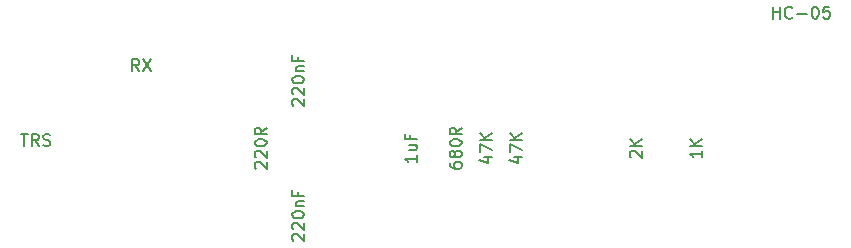
<source format=gbr>
G04 #@! TF.FileFunction,Other,Fab,Top*
%FSLAX46Y46*%
G04 Gerber Fmt 4.6, Leading zero omitted, Abs format (unit mm)*
G04 Created by KiCad (PCBNEW no-vcs-found-product) date Thu 23 Jul 2015 04:44:35 PM CDT*
%MOMM*%
G01*
G04 APERTURE LIST*
%ADD10C,0.127000*%
%ADD11C,0.150000*%
G04 APERTURE END LIST*
D10*
D11*
X151312619Y-121499048D02*
X151265000Y-121451429D01*
X151217381Y-121356191D01*
X151217381Y-121118095D01*
X151265000Y-121022857D01*
X151312619Y-120975238D01*
X151407857Y-120927619D01*
X151503095Y-120927619D01*
X151645952Y-120975238D01*
X152217381Y-121546667D01*
X152217381Y-120927619D01*
X151312619Y-120546667D02*
X151265000Y-120499048D01*
X151217381Y-120403810D01*
X151217381Y-120165714D01*
X151265000Y-120070476D01*
X151312619Y-120022857D01*
X151407857Y-119975238D01*
X151503095Y-119975238D01*
X151645952Y-120022857D01*
X152217381Y-120594286D01*
X152217381Y-119975238D01*
X151217381Y-119356191D02*
X151217381Y-119260952D01*
X151265000Y-119165714D01*
X151312619Y-119118095D01*
X151407857Y-119070476D01*
X151598333Y-119022857D01*
X151836429Y-119022857D01*
X152026905Y-119070476D01*
X152122143Y-119118095D01*
X152169762Y-119165714D01*
X152217381Y-119260952D01*
X152217381Y-119356191D01*
X152169762Y-119451429D01*
X152122143Y-119499048D01*
X152026905Y-119546667D01*
X151836429Y-119594286D01*
X151598333Y-119594286D01*
X151407857Y-119546667D01*
X151312619Y-119499048D01*
X151265000Y-119451429D01*
X151217381Y-119356191D01*
X151550714Y-118594286D02*
X152217381Y-118594286D01*
X151645952Y-118594286D02*
X151598333Y-118546667D01*
X151550714Y-118451429D01*
X151550714Y-118308571D01*
X151598333Y-118213333D01*
X151693571Y-118165714D01*
X152217381Y-118165714D01*
X151693571Y-117356190D02*
X151693571Y-117689524D01*
X152217381Y-117689524D02*
X151217381Y-117689524D01*
X151217381Y-117213333D01*
X151312619Y-110069048D02*
X151265000Y-110021429D01*
X151217381Y-109926191D01*
X151217381Y-109688095D01*
X151265000Y-109592857D01*
X151312619Y-109545238D01*
X151407857Y-109497619D01*
X151503095Y-109497619D01*
X151645952Y-109545238D01*
X152217381Y-110116667D01*
X152217381Y-109497619D01*
X151312619Y-109116667D02*
X151265000Y-109069048D01*
X151217381Y-108973810D01*
X151217381Y-108735714D01*
X151265000Y-108640476D01*
X151312619Y-108592857D01*
X151407857Y-108545238D01*
X151503095Y-108545238D01*
X151645952Y-108592857D01*
X152217381Y-109164286D01*
X152217381Y-108545238D01*
X151217381Y-107926191D02*
X151217381Y-107830952D01*
X151265000Y-107735714D01*
X151312619Y-107688095D01*
X151407857Y-107640476D01*
X151598333Y-107592857D01*
X151836429Y-107592857D01*
X152026905Y-107640476D01*
X152122143Y-107688095D01*
X152169762Y-107735714D01*
X152217381Y-107830952D01*
X152217381Y-107926191D01*
X152169762Y-108021429D01*
X152122143Y-108069048D01*
X152026905Y-108116667D01*
X151836429Y-108164286D01*
X151598333Y-108164286D01*
X151407857Y-108116667D01*
X151312619Y-108069048D01*
X151265000Y-108021429D01*
X151217381Y-107926191D01*
X151550714Y-107164286D02*
X152217381Y-107164286D01*
X151645952Y-107164286D02*
X151598333Y-107116667D01*
X151550714Y-107021429D01*
X151550714Y-106878571D01*
X151598333Y-106783333D01*
X151693571Y-106735714D01*
X152217381Y-106735714D01*
X151693571Y-105926190D02*
X151693571Y-106259524D01*
X152217381Y-106259524D02*
X151217381Y-106259524D01*
X151217381Y-105783333D01*
X161742381Y-114260238D02*
X161742381Y-114831667D01*
X161742381Y-114545953D02*
X160742381Y-114545953D01*
X160885238Y-114641191D01*
X160980476Y-114736429D01*
X161028095Y-114831667D01*
X161075714Y-113403095D02*
X161742381Y-113403095D01*
X161075714Y-113831667D02*
X161599524Y-113831667D01*
X161694762Y-113784048D01*
X161742381Y-113688810D01*
X161742381Y-113545952D01*
X161694762Y-113450714D01*
X161647143Y-113403095D01*
X161218571Y-112593571D02*
X161218571Y-112926905D01*
X161742381Y-112926905D02*
X160742381Y-112926905D01*
X160742381Y-112450714D01*
D10*
X128257905Y-112473619D02*
X128838476Y-112473619D01*
X128548191Y-113489619D02*
X128548191Y-112473619D01*
X129757714Y-113489619D02*
X129419048Y-113005810D01*
X129177143Y-113489619D02*
X129177143Y-112473619D01*
X129564190Y-112473619D01*
X129660952Y-112522000D01*
X129709333Y-112570381D01*
X129757714Y-112667143D01*
X129757714Y-112812286D01*
X129709333Y-112909048D01*
X129660952Y-112957429D01*
X129564190Y-113005810D01*
X129177143Y-113005810D01*
X130144762Y-113441238D02*
X130289905Y-113489619D01*
X130531809Y-113489619D01*
X130628571Y-113441238D01*
X130676952Y-113392857D01*
X130725333Y-113296095D01*
X130725333Y-113199333D01*
X130676952Y-113102571D01*
X130628571Y-113054190D01*
X130531809Y-113005810D01*
X130338286Y-112957429D01*
X130241524Y-112909048D01*
X130193143Y-112860667D01*
X130144762Y-112763905D01*
X130144762Y-112667143D01*
X130193143Y-112570381D01*
X130241524Y-112522000D01*
X130338286Y-112473619D01*
X130580190Y-112473619D01*
X130725333Y-112522000D01*
D11*
X185872381Y-113879285D02*
X185872381Y-114450714D01*
X185872381Y-114165000D02*
X184872381Y-114165000D01*
X185015238Y-114260238D01*
X185110476Y-114355476D01*
X185158095Y-114450714D01*
X185872381Y-113450714D02*
X184872381Y-113450714D01*
X185872381Y-112879285D02*
X185300952Y-113307857D01*
X184872381Y-112879285D02*
X185443810Y-113450714D01*
X179887619Y-114450714D02*
X179840000Y-114403095D01*
X179792381Y-114307857D01*
X179792381Y-114069761D01*
X179840000Y-113974523D01*
X179887619Y-113926904D01*
X179982857Y-113879285D01*
X180078095Y-113879285D01*
X180220952Y-113926904D01*
X180792381Y-114498333D01*
X180792381Y-113879285D01*
X180792381Y-113450714D02*
X179792381Y-113450714D01*
X180792381Y-112879285D02*
X180220952Y-113307857D01*
X179792381Y-112879285D02*
X180363810Y-113450714D01*
X148137619Y-115403095D02*
X148090000Y-115355476D01*
X148042381Y-115260238D01*
X148042381Y-115022142D01*
X148090000Y-114926904D01*
X148137619Y-114879285D01*
X148232857Y-114831666D01*
X148328095Y-114831666D01*
X148470952Y-114879285D01*
X149042381Y-115450714D01*
X149042381Y-114831666D01*
X148137619Y-114450714D02*
X148090000Y-114403095D01*
X148042381Y-114307857D01*
X148042381Y-114069761D01*
X148090000Y-113974523D01*
X148137619Y-113926904D01*
X148232857Y-113879285D01*
X148328095Y-113879285D01*
X148470952Y-113926904D01*
X149042381Y-114498333D01*
X149042381Y-113879285D01*
X148042381Y-113260238D02*
X148042381Y-113164999D01*
X148090000Y-113069761D01*
X148137619Y-113022142D01*
X148232857Y-112974523D01*
X148423333Y-112926904D01*
X148661429Y-112926904D01*
X148851905Y-112974523D01*
X148947143Y-113022142D01*
X148994762Y-113069761D01*
X149042381Y-113164999D01*
X149042381Y-113260238D01*
X148994762Y-113355476D01*
X148947143Y-113403095D01*
X148851905Y-113450714D01*
X148661429Y-113498333D01*
X148423333Y-113498333D01*
X148232857Y-113450714D01*
X148137619Y-113403095D01*
X148090000Y-113355476D01*
X148042381Y-113260238D01*
X149042381Y-111926904D02*
X148566190Y-112260238D01*
X149042381Y-112498333D02*
X148042381Y-112498333D01*
X148042381Y-112117380D01*
X148090000Y-112022142D01*
X148137619Y-111974523D01*
X148232857Y-111926904D01*
X148375714Y-111926904D01*
X148470952Y-111974523D01*
X148518571Y-112022142D01*
X148566190Y-112117380D01*
X148566190Y-112498333D01*
X164552381Y-114926904D02*
X164552381Y-115117381D01*
X164600000Y-115212619D01*
X164647619Y-115260238D01*
X164790476Y-115355476D01*
X164980952Y-115403095D01*
X165361905Y-115403095D01*
X165457143Y-115355476D01*
X165504762Y-115307857D01*
X165552381Y-115212619D01*
X165552381Y-115022142D01*
X165504762Y-114926904D01*
X165457143Y-114879285D01*
X165361905Y-114831666D01*
X165123810Y-114831666D01*
X165028571Y-114879285D01*
X164980952Y-114926904D01*
X164933333Y-115022142D01*
X164933333Y-115212619D01*
X164980952Y-115307857D01*
X165028571Y-115355476D01*
X165123810Y-115403095D01*
X164980952Y-114260238D02*
X164933333Y-114355476D01*
X164885714Y-114403095D01*
X164790476Y-114450714D01*
X164742857Y-114450714D01*
X164647619Y-114403095D01*
X164600000Y-114355476D01*
X164552381Y-114260238D01*
X164552381Y-114069761D01*
X164600000Y-113974523D01*
X164647619Y-113926904D01*
X164742857Y-113879285D01*
X164790476Y-113879285D01*
X164885714Y-113926904D01*
X164933333Y-113974523D01*
X164980952Y-114069761D01*
X164980952Y-114260238D01*
X165028571Y-114355476D01*
X165076190Y-114403095D01*
X165171429Y-114450714D01*
X165361905Y-114450714D01*
X165457143Y-114403095D01*
X165504762Y-114355476D01*
X165552381Y-114260238D01*
X165552381Y-114069761D01*
X165504762Y-113974523D01*
X165457143Y-113926904D01*
X165361905Y-113879285D01*
X165171429Y-113879285D01*
X165076190Y-113926904D01*
X165028571Y-113974523D01*
X164980952Y-114069761D01*
X164552381Y-113260238D02*
X164552381Y-113164999D01*
X164600000Y-113069761D01*
X164647619Y-113022142D01*
X164742857Y-112974523D01*
X164933333Y-112926904D01*
X165171429Y-112926904D01*
X165361905Y-112974523D01*
X165457143Y-113022142D01*
X165504762Y-113069761D01*
X165552381Y-113164999D01*
X165552381Y-113260238D01*
X165504762Y-113355476D01*
X165457143Y-113403095D01*
X165361905Y-113450714D01*
X165171429Y-113498333D01*
X164933333Y-113498333D01*
X164742857Y-113450714D01*
X164647619Y-113403095D01*
X164600000Y-113355476D01*
X164552381Y-113260238D01*
X165552381Y-111926904D02*
X165076190Y-112260238D01*
X165552381Y-112498333D02*
X164552381Y-112498333D01*
X164552381Y-112117380D01*
X164600000Y-112022142D01*
X164647619Y-111974523D01*
X164742857Y-111926904D01*
X164885714Y-111926904D01*
X164980952Y-111974523D01*
X165028571Y-112022142D01*
X165076190Y-112117380D01*
X165076190Y-112498333D01*
X169965714Y-114450714D02*
X170632381Y-114450714D01*
X169584762Y-114688810D02*
X170299048Y-114926905D01*
X170299048Y-114307857D01*
X169632381Y-114022143D02*
X169632381Y-113355476D01*
X170632381Y-113784048D01*
X170632381Y-112974524D02*
X169632381Y-112974524D01*
X170632381Y-112403095D02*
X170060952Y-112831667D01*
X169632381Y-112403095D02*
X170203810Y-112974524D01*
X167425714Y-114450714D02*
X168092381Y-114450714D01*
X167044762Y-114688810D02*
X167759048Y-114926905D01*
X167759048Y-114307857D01*
X167092381Y-114022143D02*
X167092381Y-113355476D01*
X168092381Y-113784048D01*
X168092381Y-112974524D02*
X167092381Y-112974524D01*
X168092381Y-112403095D02*
X167520952Y-112831667D01*
X167092381Y-112403095D02*
X167663810Y-112974524D01*
D10*
X191915143Y-102694619D02*
X191915143Y-101678619D01*
X191915143Y-102162429D02*
X192495714Y-102162429D01*
X192495714Y-102694619D02*
X192495714Y-101678619D01*
X193560095Y-102597857D02*
X193511714Y-102646238D01*
X193366571Y-102694619D01*
X193269809Y-102694619D01*
X193124667Y-102646238D01*
X193027905Y-102549476D01*
X192979524Y-102452714D01*
X192931143Y-102259190D01*
X192931143Y-102114048D01*
X192979524Y-101920524D01*
X193027905Y-101823762D01*
X193124667Y-101727000D01*
X193269809Y-101678619D01*
X193366571Y-101678619D01*
X193511714Y-101727000D01*
X193560095Y-101775381D01*
X193995524Y-102307571D02*
X194769619Y-102307571D01*
X195446953Y-101678619D02*
X195543714Y-101678619D01*
X195640476Y-101727000D01*
X195688857Y-101775381D01*
X195737238Y-101872143D01*
X195785619Y-102065667D01*
X195785619Y-102307571D01*
X195737238Y-102501095D01*
X195688857Y-102597857D01*
X195640476Y-102646238D01*
X195543714Y-102694619D01*
X195446953Y-102694619D01*
X195350191Y-102646238D01*
X195301810Y-102597857D01*
X195253429Y-102501095D01*
X195205048Y-102307571D01*
X195205048Y-102065667D01*
X195253429Y-101872143D01*
X195301810Y-101775381D01*
X195350191Y-101727000D01*
X195446953Y-101678619D01*
X196704857Y-101678619D02*
X196221048Y-101678619D01*
X196172667Y-102162429D01*
X196221048Y-102114048D01*
X196317810Y-102065667D01*
X196559714Y-102065667D01*
X196656476Y-102114048D01*
X196704857Y-102162429D01*
X196753238Y-102259190D01*
X196753238Y-102501095D01*
X196704857Y-102597857D01*
X196656476Y-102646238D01*
X196559714Y-102694619D01*
X196317810Y-102694619D01*
X196221048Y-102646238D01*
X196172667Y-102597857D01*
D11*
X138263334Y-107132381D02*
X137930000Y-106656190D01*
X137691905Y-107132381D02*
X137691905Y-106132381D01*
X138072858Y-106132381D01*
X138168096Y-106180000D01*
X138215715Y-106227619D01*
X138263334Y-106322857D01*
X138263334Y-106465714D01*
X138215715Y-106560952D01*
X138168096Y-106608571D01*
X138072858Y-106656190D01*
X137691905Y-106656190D01*
X138596667Y-106132381D02*
X139263334Y-107132381D01*
X139263334Y-106132381D02*
X138596667Y-107132381D01*
M02*

</source>
